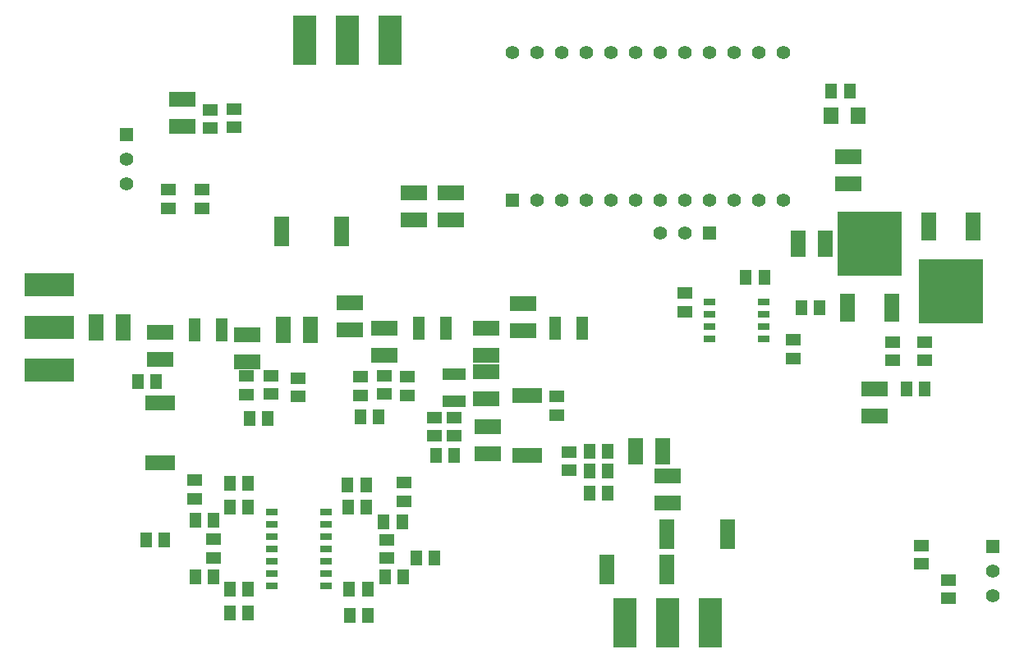
<source format=gts>
%FSLAX34Y34*%
G04 Gerber Fmt 3.4, Leading zero omitted, Abs format*
G04 (created by PCBNEW (2014-03-13 BZR 4745)-product) date Mon Apr 14 16:26:34 2014*
%MOIN*%
G01*
G70*
G90*
G04 APERTURE LIST*
%ADD10C,0.005906*%
%ADD11R,0.055000X0.055000*%
%ADD12C,0.055000*%
%ADD13R,0.059000X0.051200*%
%ADD14R,0.063000X0.106000*%
%ADD15R,0.051200X0.059000*%
%ADD16R,0.106000X0.063000*%
%ADD17R,0.121024X0.060000*%
%ADD18R,0.050000X0.092913*%
%ADD19R,0.092913X0.050000*%
%ADD20R,0.060000X0.121024*%
%ADD21R,0.200787X0.094488*%
%ADD22R,0.094488X0.200787*%
%ADD23R,0.062992X0.118110*%
%ADD24R,0.263780X0.263780*%
%ADD25R,0.050000X0.025000*%
%ADD26R,0.063000X0.071000*%
G04 APERTURE END LIST*
G54D10*
G54D11*
X26640Y-14685D03*
G54D12*
X26640Y-15685D03*
X26640Y-16685D03*
G54D11*
X50300Y-18675D03*
G54D12*
X49300Y-18675D03*
X48300Y-18675D03*
G54D13*
X49300Y-21875D03*
X49300Y-21125D03*
G54D14*
X26500Y-22500D03*
X25400Y-22500D03*
G54D13*
X33600Y-25325D03*
X33600Y-24575D03*
G54D15*
X28175Y-31150D03*
X27425Y-31150D03*
X52525Y-20475D03*
X51775Y-20475D03*
G54D16*
X35700Y-22600D03*
X35700Y-21500D03*
X57000Y-26125D03*
X57000Y-25025D03*
G54D13*
X30170Y-31125D03*
X30170Y-31875D03*
G54D16*
X41250Y-23650D03*
X41250Y-22550D03*
X55950Y-16675D03*
X55950Y-15575D03*
X48600Y-28550D03*
X48600Y-29650D03*
G54D13*
X37190Y-31895D03*
X37190Y-31145D03*
G54D15*
X38405Y-31880D03*
X39155Y-31880D03*
X31625Y-26200D03*
X32375Y-26200D03*
G54D14*
X34100Y-22600D03*
X33000Y-22600D03*
G54D15*
X36125Y-26150D03*
X36875Y-26150D03*
G54D13*
X38050Y-25275D03*
X38050Y-24525D03*
G54D16*
X41300Y-26550D03*
X41300Y-27650D03*
G54D13*
X44600Y-28325D03*
X44600Y-27575D03*
G54D15*
X45425Y-29250D03*
X46175Y-29250D03*
X39200Y-27725D03*
X39950Y-27725D03*
G54D13*
X30040Y-14425D03*
X30040Y-13675D03*
X31020Y-14395D03*
X31020Y-13645D03*
G54D16*
X28915Y-14335D03*
X28915Y-13235D03*
X38300Y-18150D03*
X38300Y-17050D03*
X39800Y-18150D03*
X39800Y-17050D03*
G54D17*
X28000Y-25575D03*
X28000Y-28025D03*
G54D18*
X30501Y-22600D03*
X29398Y-22600D03*
X38498Y-22550D03*
X39601Y-22550D03*
G54D19*
X39950Y-25501D03*
X39950Y-24398D03*
G54D18*
X45151Y-22550D03*
X44048Y-22550D03*
G54D17*
X42900Y-25275D03*
X42900Y-27725D03*
G54D20*
X48575Y-30900D03*
X51025Y-30900D03*
X46125Y-32350D03*
X48575Y-32350D03*
G54D21*
X23500Y-22500D03*
X23500Y-20767D03*
X23500Y-24232D03*
G54D22*
X35600Y-10850D03*
X33867Y-10850D03*
X37332Y-10850D03*
X48600Y-34500D03*
X46867Y-34500D03*
X50332Y-34500D03*
G54D11*
X61800Y-31400D03*
G54D12*
X61800Y-32400D03*
X61800Y-33400D03*
G54D16*
X28000Y-22700D03*
X28000Y-23800D03*
X31550Y-23900D03*
X31550Y-22800D03*
X37100Y-23650D03*
X37100Y-22550D03*
X42750Y-22650D03*
X42750Y-21550D03*
G54D14*
X47300Y-27550D03*
X48400Y-27550D03*
G54D16*
X41250Y-24300D03*
X41250Y-25400D03*
G54D23*
X55894Y-21725D03*
X57705Y-21725D03*
G54D24*
X56800Y-19106D03*
G54D23*
X61005Y-18425D03*
X59194Y-18425D03*
G54D24*
X60100Y-21043D03*
G54D15*
X29425Y-30350D03*
X30175Y-30350D03*
X27855Y-24705D03*
X27105Y-24705D03*
X29425Y-32650D03*
X30175Y-32650D03*
X54025Y-21725D03*
X54775Y-21725D03*
G54D13*
X53700Y-23025D03*
X53700Y-23775D03*
G54D15*
X30825Y-29800D03*
X31575Y-29800D03*
X30825Y-33150D03*
X31575Y-33150D03*
G54D13*
X57725Y-23100D03*
X57725Y-23850D03*
X59050Y-23850D03*
X59050Y-23100D03*
G54D15*
X59050Y-25025D03*
X58300Y-25025D03*
X45425Y-28350D03*
X46175Y-28350D03*
G54D13*
X29400Y-28725D03*
X29400Y-29475D03*
X44100Y-25325D03*
X44100Y-26075D03*
X37900Y-28825D03*
X37900Y-29575D03*
G54D14*
X55000Y-19125D03*
X53900Y-19125D03*
G54D15*
X35625Y-29800D03*
X36375Y-29800D03*
X35675Y-33150D03*
X36425Y-33150D03*
X37075Y-30400D03*
X37825Y-30400D03*
X37125Y-32650D03*
X37875Y-32650D03*
G54D13*
X32500Y-25225D03*
X32500Y-24475D03*
X31500Y-25230D03*
X31500Y-24480D03*
X36150Y-25275D03*
X36150Y-24525D03*
X37100Y-25225D03*
X37100Y-24475D03*
G54D15*
X45425Y-27550D03*
X46175Y-27550D03*
G54D13*
X39150Y-26925D03*
X39150Y-26175D03*
X39950Y-26925D03*
X39950Y-26175D03*
X58900Y-31375D03*
X58900Y-32125D03*
X60000Y-32775D03*
X60000Y-33525D03*
G54D25*
X50300Y-21475D03*
X50300Y-21975D03*
X50300Y-22475D03*
X50300Y-22975D03*
X52500Y-22975D03*
X52500Y-22475D03*
X52500Y-21975D03*
X52500Y-21475D03*
X32550Y-30000D03*
X32550Y-30500D03*
X32550Y-31000D03*
X32550Y-31500D03*
X32550Y-32000D03*
X32550Y-32500D03*
X32550Y-33000D03*
X34750Y-33000D03*
X34750Y-32500D03*
X34750Y-32000D03*
X34750Y-31500D03*
X34750Y-31000D03*
X34750Y-30500D03*
X34750Y-30000D03*
G54D11*
X42300Y-17350D03*
G54D12*
X43300Y-17350D03*
X44300Y-17350D03*
X45300Y-17350D03*
X46300Y-17350D03*
X47300Y-17350D03*
X48300Y-17350D03*
X49300Y-17350D03*
X50300Y-17350D03*
X51300Y-17350D03*
X52300Y-17350D03*
X53300Y-17350D03*
X53300Y-11350D03*
X52300Y-11350D03*
X51300Y-11350D03*
X50300Y-11350D03*
X49300Y-11350D03*
X48300Y-11350D03*
X47300Y-11350D03*
X46300Y-11350D03*
X45300Y-11350D03*
X44300Y-11350D03*
X43300Y-11350D03*
X42300Y-11350D03*
G54D15*
X30825Y-28845D03*
X31575Y-28845D03*
X30825Y-34125D03*
X31575Y-34125D03*
X35620Y-28915D03*
X36370Y-28915D03*
X35700Y-34215D03*
X36450Y-34215D03*
G54D13*
X28350Y-16925D03*
X28350Y-17675D03*
X29700Y-16925D03*
X29700Y-17675D03*
G54D15*
X55250Y-12925D03*
X56000Y-12925D03*
G54D26*
X55250Y-13900D03*
X56350Y-13900D03*
G54D20*
X35375Y-18600D03*
X32925Y-18600D03*
M02*

</source>
